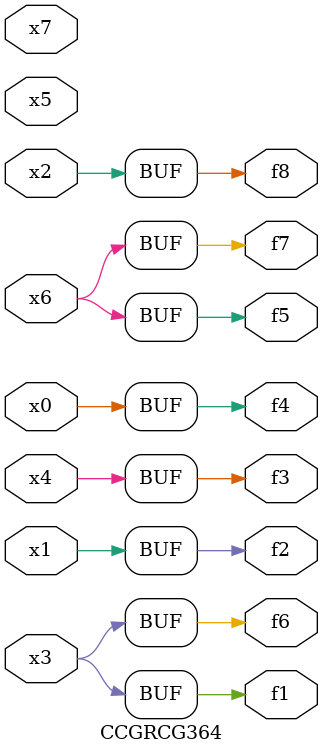
<source format=v>
module CCGRCG364(
	input x0, x1, x2, x3, x4, x5, x6, x7,
	output f1, f2, f3, f4, f5, f6, f7, f8
);
	assign f1 = x3;
	assign f2 = x1;
	assign f3 = x4;
	assign f4 = x0;
	assign f5 = x6;
	assign f6 = x3;
	assign f7 = x6;
	assign f8 = x2;
endmodule

</source>
